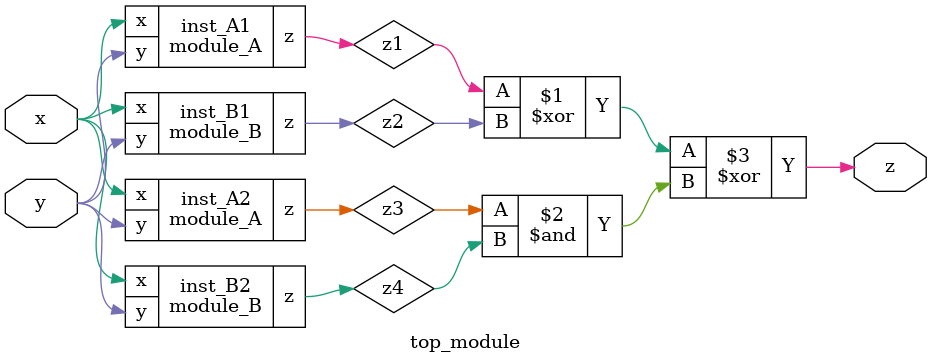
<source format=sv>
module module_A(
    input x,
    input y,
    output z
);

assign z = (x ^ y) & x;

endmodule
module module_B(
    input x,
    input y,
    output z
);

assign z = (x & ~y) | (~x & y);

endmodule
module top_module(
    input x,
    input y,
    output z
);

wire z1, z2, z3, z4;

module_A inst_A1(
    .x(x),
    .y(y),
    .z(z1)
);

module_B inst_B1(
    .x(x),
    .y(y),
    .z(z2)
);

module_A inst_A2(
    .x(x),
    .y(y),
    .z(z3)
);

module_B inst_B2(
    .x(x),
    .y(y),
    .z(z4)
);

assign z = (z1 ^ z2) ^ (z3 & z4);

endmodule

</source>
